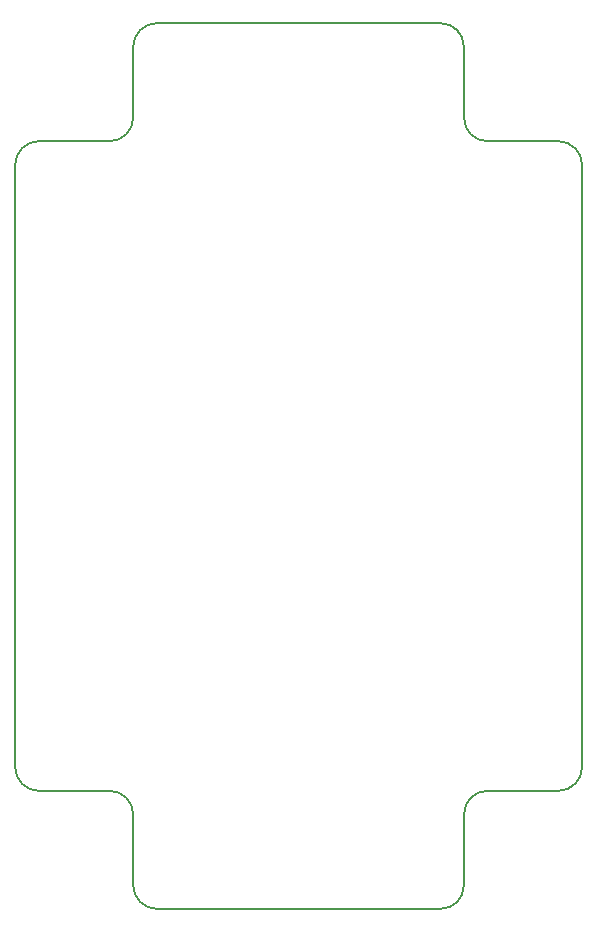
<source format=gbr>
G04 #@! TF.FileFunction,Profile,NP*
%FSLAX46Y46*%
G04 Gerber Fmt 4.6, Leading zero omitted, Abs format (unit mm)*
G04 Created by KiCad (PCBNEW 4.0.7-e2-6376~58~ubuntu16.04.1) date Wed Mar 28 23:24:04 2018*
%MOMM*%
%LPD*%
G01*
G04 APERTURE LIST*
%ADD10C,0.100000*%
%ADD11C,0.150000*%
G04 APERTURE END LIST*
D10*
D11*
X146000000Y-126000000D02*
G75*
G03X148000000Y-124000000I0J2000000D01*
G01*
X140000000Y-126000000D02*
X146000000Y-126000000D01*
X138000000Y-134000000D02*
X138000000Y-128000000D01*
X112000000Y-136000000D02*
X136000000Y-136000000D01*
X110000000Y-128000000D02*
X110000000Y-134000000D01*
X102000000Y-126000000D02*
X108000000Y-126000000D01*
X148000000Y-73000000D02*
X148000000Y-124000000D01*
X138000000Y-63000000D02*
X138000000Y-69000000D01*
X140000000Y-71000000D02*
X146000000Y-71000000D01*
X100000000Y-124000000D02*
X100000000Y-73000000D01*
X100000000Y-124000000D02*
G75*
G03X102000000Y-126000000I2000000J0D01*
G01*
X110000000Y-128000000D02*
G75*
G03X108000000Y-126000000I-2000000J0D01*
G01*
X110000000Y-134000000D02*
G75*
G03X112000000Y-136000000I2000000J0D01*
G01*
X136000000Y-136000000D02*
G75*
G03X138000000Y-134000000I0J2000000D01*
G01*
X140000000Y-126000000D02*
G75*
G03X138000000Y-128000000I0J-2000000D01*
G01*
X148000000Y-73000000D02*
G75*
G03X146000000Y-71000000I-2000000J0D01*
G01*
X138000000Y-69000000D02*
G75*
G03X140000000Y-71000000I2000000J0D01*
G01*
X112000000Y-61000000D02*
X136000000Y-61000000D01*
X110000000Y-69000000D02*
X110000000Y-63000000D01*
X102000000Y-71000000D02*
X108000000Y-71000000D01*
X102000000Y-71000000D02*
G75*
G03X100000000Y-73000000I0J-2000000D01*
G01*
X108000000Y-71000000D02*
G75*
G03X110000000Y-69000000I0J2000000D01*
G01*
X138000000Y-63000000D02*
G75*
G03X136000000Y-61000000I-2000000J0D01*
G01*
X112000000Y-61000000D02*
G75*
G03X110000000Y-63000000I0J-2000000D01*
G01*
M02*

</source>
